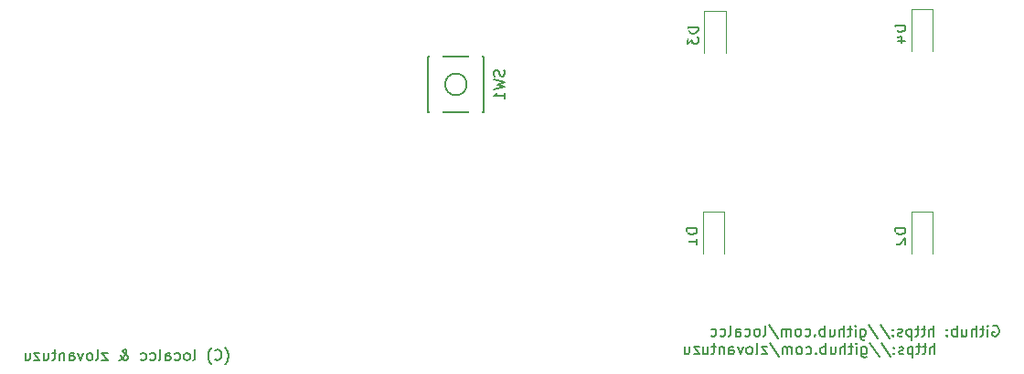
<source format=gbo>
G04 #@! TF.GenerationSoftware,KiCad,Pcbnew,(5.1.4)-1*
G04 #@! TF.CreationDate,2020-10-27T19:19:28+03:00*
G04 #@! TF.ProjectId,100_keyboard,3130305f-6b65-4796-926f-6172642e6b69,rev?*
G04 #@! TF.SameCoordinates,Original*
G04 #@! TF.FileFunction,Legend,Bot*
G04 #@! TF.FilePolarity,Positive*
%FSLAX46Y46*%
G04 Gerber Fmt 4.6, Leading zero omitted, Abs format (unit mm)*
G04 Created by KiCad (PCBNEW (5.1.4)-1) date 2020-10-27 19:19:28*
%MOMM*%
%LPD*%
G04 APERTURE LIST*
%ADD10C,0.150000*%
%ADD11C,0.120000*%
%ADD12C,1.852000*%
%ADD13C,4.089800*%
%ADD14O,2.802000X1.802000*%
%ADD15R,1.202000X1.902000*%
%ADD16R,1.302000X1.002000*%
G04 APERTURE END LIST*
D10*
X61951047Y-84272333D02*
X61998666Y-84224714D01*
X62093904Y-84081857D01*
X62141523Y-83986619D01*
X62189142Y-83843761D01*
X62236761Y-83605666D01*
X62236761Y-83415190D01*
X62189142Y-83177095D01*
X62141523Y-83034238D01*
X62093904Y-82939000D01*
X61998666Y-82796142D01*
X61951047Y-82748523D01*
X60998666Y-83796142D02*
X61046285Y-83843761D01*
X61189142Y-83891380D01*
X61284380Y-83891380D01*
X61427238Y-83843761D01*
X61522476Y-83748523D01*
X61570095Y-83653285D01*
X61617714Y-83462809D01*
X61617714Y-83319952D01*
X61570095Y-83129476D01*
X61522476Y-83034238D01*
X61427238Y-82939000D01*
X61284380Y-82891380D01*
X61189142Y-82891380D01*
X61046285Y-82939000D01*
X60998666Y-82986619D01*
X60665333Y-84272333D02*
X60617714Y-84224714D01*
X60522476Y-84081857D01*
X60474857Y-83986619D01*
X60427238Y-83843761D01*
X60379619Y-83605666D01*
X60379619Y-83415190D01*
X60427238Y-83177095D01*
X60474857Y-83034238D01*
X60522476Y-82939000D01*
X60617714Y-82796142D01*
X60665333Y-82748523D01*
X58998666Y-83891380D02*
X59093904Y-83843761D01*
X59141523Y-83748523D01*
X59141523Y-82891380D01*
X58474857Y-83891380D02*
X58570095Y-83843761D01*
X58617714Y-83796142D01*
X58665333Y-83700904D01*
X58665333Y-83415190D01*
X58617714Y-83319952D01*
X58570095Y-83272333D01*
X58474857Y-83224714D01*
X58332000Y-83224714D01*
X58236761Y-83272333D01*
X58189142Y-83319952D01*
X58141523Y-83415190D01*
X58141523Y-83700904D01*
X58189142Y-83796142D01*
X58236761Y-83843761D01*
X58332000Y-83891380D01*
X58474857Y-83891380D01*
X57284380Y-83843761D02*
X57379619Y-83891380D01*
X57570095Y-83891380D01*
X57665333Y-83843761D01*
X57712952Y-83796142D01*
X57760571Y-83700904D01*
X57760571Y-83415190D01*
X57712952Y-83319952D01*
X57665333Y-83272333D01*
X57570095Y-83224714D01*
X57379619Y-83224714D01*
X57284380Y-83272333D01*
X56427238Y-83891380D02*
X56427238Y-83367571D01*
X56474857Y-83272333D01*
X56570095Y-83224714D01*
X56760571Y-83224714D01*
X56855809Y-83272333D01*
X56427238Y-83843761D02*
X56522476Y-83891380D01*
X56760571Y-83891380D01*
X56855809Y-83843761D01*
X56903428Y-83748523D01*
X56903428Y-83653285D01*
X56855809Y-83558047D01*
X56760571Y-83510428D01*
X56522476Y-83510428D01*
X56427238Y-83462809D01*
X55808190Y-83891380D02*
X55903428Y-83843761D01*
X55951047Y-83748523D01*
X55951047Y-82891380D01*
X54998666Y-83843761D02*
X55093904Y-83891380D01*
X55284380Y-83891380D01*
X55379619Y-83843761D01*
X55427238Y-83796142D01*
X55474857Y-83700904D01*
X55474857Y-83415190D01*
X55427238Y-83319952D01*
X55379619Y-83272333D01*
X55284380Y-83224714D01*
X55093904Y-83224714D01*
X54998666Y-83272333D01*
X54141523Y-83843761D02*
X54236761Y-83891380D01*
X54427238Y-83891380D01*
X54522476Y-83843761D01*
X54570095Y-83796142D01*
X54617714Y-83700904D01*
X54617714Y-83415190D01*
X54570095Y-83319952D01*
X54522476Y-83272333D01*
X54427238Y-83224714D01*
X54236761Y-83224714D01*
X54141523Y-83272333D01*
X52141523Y-83891380D02*
X52189142Y-83891380D01*
X52284380Y-83843761D01*
X52427238Y-83700904D01*
X52665333Y-83415190D01*
X52760571Y-83272333D01*
X52808190Y-83129476D01*
X52808190Y-83034238D01*
X52760571Y-82939000D01*
X52665333Y-82891380D01*
X52617714Y-82891380D01*
X52522476Y-82939000D01*
X52474857Y-83034238D01*
X52474857Y-83081857D01*
X52522476Y-83177095D01*
X52570095Y-83224714D01*
X52855809Y-83415190D01*
X52903428Y-83462809D01*
X52951047Y-83558047D01*
X52951047Y-83700904D01*
X52903428Y-83796142D01*
X52855809Y-83843761D01*
X52760571Y-83891380D01*
X52617714Y-83891380D01*
X52522476Y-83843761D01*
X52474857Y-83796142D01*
X52332000Y-83605666D01*
X52284380Y-83462809D01*
X52284380Y-83367571D01*
X51046285Y-83224714D02*
X50522476Y-83224714D01*
X51046285Y-83891380D01*
X50522476Y-83891380D01*
X49998666Y-83891380D02*
X50093904Y-83843761D01*
X50141523Y-83748523D01*
X50141523Y-82891380D01*
X49474857Y-83891380D02*
X49570095Y-83843761D01*
X49617714Y-83796142D01*
X49665333Y-83700904D01*
X49665333Y-83415190D01*
X49617714Y-83319952D01*
X49570095Y-83272333D01*
X49474857Y-83224714D01*
X49332000Y-83224714D01*
X49236761Y-83272333D01*
X49189142Y-83319952D01*
X49141523Y-83415190D01*
X49141523Y-83700904D01*
X49189142Y-83796142D01*
X49236761Y-83843761D01*
X49332000Y-83891380D01*
X49474857Y-83891380D01*
X48808190Y-83224714D02*
X48570095Y-83891380D01*
X48332000Y-83224714D01*
X47522476Y-83891380D02*
X47522476Y-83367571D01*
X47570095Y-83272333D01*
X47665333Y-83224714D01*
X47855809Y-83224714D01*
X47951047Y-83272333D01*
X47522476Y-83843761D02*
X47617714Y-83891380D01*
X47855809Y-83891380D01*
X47951047Y-83843761D01*
X47998666Y-83748523D01*
X47998666Y-83653285D01*
X47951047Y-83558047D01*
X47855809Y-83510428D01*
X47617714Y-83510428D01*
X47522476Y-83462809D01*
X47046285Y-83224714D02*
X47046285Y-83891380D01*
X47046285Y-83319952D02*
X46998666Y-83272333D01*
X46903428Y-83224714D01*
X46760571Y-83224714D01*
X46665333Y-83272333D01*
X46617714Y-83367571D01*
X46617714Y-83891380D01*
X46284380Y-83224714D02*
X45903428Y-83224714D01*
X46141523Y-82891380D02*
X46141523Y-83748523D01*
X46093904Y-83843761D01*
X45998666Y-83891380D01*
X45903428Y-83891380D01*
X45141523Y-83224714D02*
X45141523Y-83891380D01*
X45570095Y-83224714D02*
X45570095Y-83748523D01*
X45522476Y-83843761D01*
X45427238Y-83891380D01*
X45284380Y-83891380D01*
X45189142Y-83843761D01*
X45141523Y-83796142D01*
X44760571Y-83224714D02*
X44236761Y-83224714D01*
X44760571Y-83891380D01*
X44236761Y-83891380D01*
X43427238Y-83224714D02*
X43427238Y-83891380D01*
X43855809Y-83224714D02*
X43855809Y-83748523D01*
X43808190Y-83843761D01*
X43712952Y-83891380D01*
X43570095Y-83891380D01*
X43474857Y-83843761D01*
X43427238Y-83796142D01*
X133030857Y-80717000D02*
X133126095Y-80669380D01*
X133268952Y-80669380D01*
X133411809Y-80717000D01*
X133507047Y-80812238D01*
X133554666Y-80907476D01*
X133602285Y-81097952D01*
X133602285Y-81240809D01*
X133554666Y-81431285D01*
X133507047Y-81526523D01*
X133411809Y-81621761D01*
X133268952Y-81669380D01*
X133173714Y-81669380D01*
X133030857Y-81621761D01*
X132983238Y-81574142D01*
X132983238Y-81240809D01*
X133173714Y-81240809D01*
X132554666Y-81669380D02*
X132554666Y-81002714D01*
X132554666Y-80669380D02*
X132602285Y-80717000D01*
X132554666Y-80764619D01*
X132507047Y-80717000D01*
X132554666Y-80669380D01*
X132554666Y-80764619D01*
X132221333Y-81002714D02*
X131840380Y-81002714D01*
X132078476Y-80669380D02*
X132078476Y-81526523D01*
X132030857Y-81621761D01*
X131935619Y-81669380D01*
X131840380Y-81669380D01*
X131507047Y-81669380D02*
X131507047Y-80669380D01*
X131078476Y-81669380D02*
X131078476Y-81145571D01*
X131126095Y-81050333D01*
X131221333Y-81002714D01*
X131364190Y-81002714D01*
X131459428Y-81050333D01*
X131507047Y-81097952D01*
X130173714Y-81002714D02*
X130173714Y-81669380D01*
X130602285Y-81002714D02*
X130602285Y-81526523D01*
X130554666Y-81621761D01*
X130459428Y-81669380D01*
X130316571Y-81669380D01*
X130221333Y-81621761D01*
X130173714Y-81574142D01*
X129697523Y-81669380D02*
X129697523Y-80669380D01*
X129697523Y-81050333D02*
X129602285Y-81002714D01*
X129411809Y-81002714D01*
X129316571Y-81050333D01*
X129268952Y-81097952D01*
X129221333Y-81193190D01*
X129221333Y-81478904D01*
X129268952Y-81574142D01*
X129316571Y-81621761D01*
X129411809Y-81669380D01*
X129602285Y-81669380D01*
X129697523Y-81621761D01*
X128792761Y-81574142D02*
X128745142Y-81621761D01*
X128792761Y-81669380D01*
X128840380Y-81621761D01*
X128792761Y-81574142D01*
X128792761Y-81669380D01*
X128792761Y-81050333D02*
X128745142Y-81097952D01*
X128792761Y-81145571D01*
X128840380Y-81097952D01*
X128792761Y-81050333D01*
X128792761Y-81145571D01*
X127554666Y-81669380D02*
X127554666Y-80669380D01*
X127126095Y-81669380D02*
X127126095Y-81145571D01*
X127173714Y-81050333D01*
X127268952Y-81002714D01*
X127411809Y-81002714D01*
X127507047Y-81050333D01*
X127554666Y-81097952D01*
X126792761Y-81002714D02*
X126411809Y-81002714D01*
X126649904Y-80669380D02*
X126649904Y-81526523D01*
X126602285Y-81621761D01*
X126507047Y-81669380D01*
X126411809Y-81669380D01*
X126221333Y-81002714D02*
X125840380Y-81002714D01*
X126078476Y-80669380D02*
X126078476Y-81526523D01*
X126030857Y-81621761D01*
X125935619Y-81669380D01*
X125840380Y-81669380D01*
X125507047Y-81002714D02*
X125507047Y-82002714D01*
X125507047Y-81050333D02*
X125411809Y-81002714D01*
X125221333Y-81002714D01*
X125126095Y-81050333D01*
X125078476Y-81097952D01*
X125030857Y-81193190D01*
X125030857Y-81478904D01*
X125078476Y-81574142D01*
X125126095Y-81621761D01*
X125221333Y-81669380D01*
X125411809Y-81669380D01*
X125507047Y-81621761D01*
X124649904Y-81621761D02*
X124554666Y-81669380D01*
X124364190Y-81669380D01*
X124268952Y-81621761D01*
X124221333Y-81526523D01*
X124221333Y-81478904D01*
X124268952Y-81383666D01*
X124364190Y-81336047D01*
X124507047Y-81336047D01*
X124602285Y-81288428D01*
X124649904Y-81193190D01*
X124649904Y-81145571D01*
X124602285Y-81050333D01*
X124507047Y-81002714D01*
X124364190Y-81002714D01*
X124268952Y-81050333D01*
X123792761Y-81574142D02*
X123745142Y-81621761D01*
X123792761Y-81669380D01*
X123840380Y-81621761D01*
X123792761Y-81574142D01*
X123792761Y-81669380D01*
X123792761Y-81050333D02*
X123745142Y-81097952D01*
X123792761Y-81145571D01*
X123840380Y-81097952D01*
X123792761Y-81050333D01*
X123792761Y-81145571D01*
X122602285Y-80621761D02*
X123459428Y-81907476D01*
X121554666Y-80621761D02*
X122411809Y-81907476D01*
X120792761Y-81002714D02*
X120792761Y-81812238D01*
X120840380Y-81907476D01*
X120888000Y-81955095D01*
X120983238Y-82002714D01*
X121126095Y-82002714D01*
X121221333Y-81955095D01*
X120792761Y-81621761D02*
X120888000Y-81669380D01*
X121078476Y-81669380D01*
X121173714Y-81621761D01*
X121221333Y-81574142D01*
X121268952Y-81478904D01*
X121268952Y-81193190D01*
X121221333Y-81097952D01*
X121173714Y-81050333D01*
X121078476Y-81002714D01*
X120888000Y-81002714D01*
X120792761Y-81050333D01*
X120316571Y-81669380D02*
X120316571Y-81002714D01*
X120316571Y-80669380D02*
X120364190Y-80717000D01*
X120316571Y-80764619D01*
X120268952Y-80717000D01*
X120316571Y-80669380D01*
X120316571Y-80764619D01*
X119983238Y-81002714D02*
X119602285Y-81002714D01*
X119840380Y-80669380D02*
X119840380Y-81526523D01*
X119792761Y-81621761D01*
X119697523Y-81669380D01*
X119602285Y-81669380D01*
X119268952Y-81669380D02*
X119268952Y-80669380D01*
X118840380Y-81669380D02*
X118840380Y-81145571D01*
X118888000Y-81050333D01*
X118983238Y-81002714D01*
X119126095Y-81002714D01*
X119221333Y-81050333D01*
X119268952Y-81097952D01*
X117935619Y-81002714D02*
X117935619Y-81669380D01*
X118364190Y-81002714D02*
X118364190Y-81526523D01*
X118316571Y-81621761D01*
X118221333Y-81669380D01*
X118078476Y-81669380D01*
X117983238Y-81621761D01*
X117935619Y-81574142D01*
X117459428Y-81669380D02*
X117459428Y-80669380D01*
X117459428Y-81050333D02*
X117364190Y-81002714D01*
X117173714Y-81002714D01*
X117078476Y-81050333D01*
X117030857Y-81097952D01*
X116983238Y-81193190D01*
X116983238Y-81478904D01*
X117030857Y-81574142D01*
X117078476Y-81621761D01*
X117173714Y-81669380D01*
X117364190Y-81669380D01*
X117459428Y-81621761D01*
X116554666Y-81574142D02*
X116507047Y-81621761D01*
X116554666Y-81669380D01*
X116602285Y-81621761D01*
X116554666Y-81574142D01*
X116554666Y-81669380D01*
X115649904Y-81621761D02*
X115745142Y-81669380D01*
X115935619Y-81669380D01*
X116030857Y-81621761D01*
X116078476Y-81574142D01*
X116126095Y-81478904D01*
X116126095Y-81193190D01*
X116078476Y-81097952D01*
X116030857Y-81050333D01*
X115935619Y-81002714D01*
X115745142Y-81002714D01*
X115649904Y-81050333D01*
X115078476Y-81669380D02*
X115173714Y-81621761D01*
X115221333Y-81574142D01*
X115268952Y-81478904D01*
X115268952Y-81193190D01*
X115221333Y-81097952D01*
X115173714Y-81050333D01*
X115078476Y-81002714D01*
X114935619Y-81002714D01*
X114840380Y-81050333D01*
X114792761Y-81097952D01*
X114745142Y-81193190D01*
X114745142Y-81478904D01*
X114792761Y-81574142D01*
X114840380Y-81621761D01*
X114935619Y-81669380D01*
X115078476Y-81669380D01*
X114316571Y-81669380D02*
X114316571Y-81002714D01*
X114316571Y-81097952D02*
X114268952Y-81050333D01*
X114173714Y-81002714D01*
X114030857Y-81002714D01*
X113935619Y-81050333D01*
X113888000Y-81145571D01*
X113888000Y-81669380D01*
X113888000Y-81145571D02*
X113840380Y-81050333D01*
X113745142Y-81002714D01*
X113602285Y-81002714D01*
X113507047Y-81050333D01*
X113459428Y-81145571D01*
X113459428Y-81669380D01*
X112268952Y-80621761D02*
X113126095Y-81907476D01*
X111792761Y-81669380D02*
X111888000Y-81621761D01*
X111935619Y-81526523D01*
X111935619Y-80669380D01*
X111268952Y-81669380D02*
X111364190Y-81621761D01*
X111411809Y-81574142D01*
X111459428Y-81478904D01*
X111459428Y-81193190D01*
X111411809Y-81097952D01*
X111364190Y-81050333D01*
X111268952Y-81002714D01*
X111126095Y-81002714D01*
X111030857Y-81050333D01*
X110983238Y-81097952D01*
X110935619Y-81193190D01*
X110935619Y-81478904D01*
X110983238Y-81574142D01*
X111030857Y-81621761D01*
X111126095Y-81669380D01*
X111268952Y-81669380D01*
X110078476Y-81621761D02*
X110173714Y-81669380D01*
X110364190Y-81669380D01*
X110459428Y-81621761D01*
X110507047Y-81574142D01*
X110554666Y-81478904D01*
X110554666Y-81193190D01*
X110507047Y-81097952D01*
X110459428Y-81050333D01*
X110364190Y-81002714D01*
X110173714Y-81002714D01*
X110078476Y-81050333D01*
X109221333Y-81669380D02*
X109221333Y-81145571D01*
X109268952Y-81050333D01*
X109364190Y-81002714D01*
X109554666Y-81002714D01*
X109649904Y-81050333D01*
X109221333Y-81621761D02*
X109316571Y-81669380D01*
X109554666Y-81669380D01*
X109649904Y-81621761D01*
X109697523Y-81526523D01*
X109697523Y-81431285D01*
X109649904Y-81336047D01*
X109554666Y-81288428D01*
X109316571Y-81288428D01*
X109221333Y-81240809D01*
X108602285Y-81669380D02*
X108697523Y-81621761D01*
X108745142Y-81526523D01*
X108745142Y-80669380D01*
X107792761Y-81621761D02*
X107888000Y-81669380D01*
X108078476Y-81669380D01*
X108173714Y-81621761D01*
X108221333Y-81574142D01*
X108268952Y-81478904D01*
X108268952Y-81193190D01*
X108221333Y-81097952D01*
X108173714Y-81050333D01*
X108078476Y-81002714D01*
X107888000Y-81002714D01*
X107792761Y-81050333D01*
X106935619Y-81621761D02*
X107030857Y-81669380D01*
X107221333Y-81669380D01*
X107316571Y-81621761D01*
X107364190Y-81574142D01*
X107411809Y-81478904D01*
X107411809Y-81193190D01*
X107364190Y-81097952D01*
X107316571Y-81050333D01*
X107221333Y-81002714D01*
X107030857Y-81002714D01*
X106935619Y-81050333D01*
X127649904Y-83319380D02*
X127649904Y-82319380D01*
X127221333Y-83319380D02*
X127221333Y-82795571D01*
X127268952Y-82700333D01*
X127364190Y-82652714D01*
X127507047Y-82652714D01*
X127602285Y-82700333D01*
X127649904Y-82747952D01*
X126888000Y-82652714D02*
X126507047Y-82652714D01*
X126745142Y-82319380D02*
X126745142Y-83176523D01*
X126697523Y-83271761D01*
X126602285Y-83319380D01*
X126507047Y-83319380D01*
X126316571Y-82652714D02*
X125935619Y-82652714D01*
X126173714Y-82319380D02*
X126173714Y-83176523D01*
X126126095Y-83271761D01*
X126030857Y-83319380D01*
X125935619Y-83319380D01*
X125602285Y-82652714D02*
X125602285Y-83652714D01*
X125602285Y-82700333D02*
X125507047Y-82652714D01*
X125316571Y-82652714D01*
X125221333Y-82700333D01*
X125173714Y-82747952D01*
X125126095Y-82843190D01*
X125126095Y-83128904D01*
X125173714Y-83224142D01*
X125221333Y-83271761D01*
X125316571Y-83319380D01*
X125507047Y-83319380D01*
X125602285Y-83271761D01*
X124745142Y-83271761D02*
X124649904Y-83319380D01*
X124459428Y-83319380D01*
X124364190Y-83271761D01*
X124316571Y-83176523D01*
X124316571Y-83128904D01*
X124364190Y-83033666D01*
X124459428Y-82986047D01*
X124602285Y-82986047D01*
X124697523Y-82938428D01*
X124745142Y-82843190D01*
X124745142Y-82795571D01*
X124697523Y-82700333D01*
X124602285Y-82652714D01*
X124459428Y-82652714D01*
X124364190Y-82700333D01*
X123888000Y-83224142D02*
X123840380Y-83271761D01*
X123888000Y-83319380D01*
X123935619Y-83271761D01*
X123888000Y-83224142D01*
X123888000Y-83319380D01*
X123888000Y-82700333D02*
X123840380Y-82747952D01*
X123888000Y-82795571D01*
X123935619Y-82747952D01*
X123888000Y-82700333D01*
X123888000Y-82795571D01*
X122697523Y-82271761D02*
X123554666Y-83557476D01*
X121649904Y-82271761D02*
X122507047Y-83557476D01*
X120888000Y-82652714D02*
X120888000Y-83462238D01*
X120935619Y-83557476D01*
X120983238Y-83605095D01*
X121078476Y-83652714D01*
X121221333Y-83652714D01*
X121316571Y-83605095D01*
X120888000Y-83271761D02*
X120983238Y-83319380D01*
X121173714Y-83319380D01*
X121268952Y-83271761D01*
X121316571Y-83224142D01*
X121364190Y-83128904D01*
X121364190Y-82843190D01*
X121316571Y-82747952D01*
X121268952Y-82700333D01*
X121173714Y-82652714D01*
X120983238Y-82652714D01*
X120888000Y-82700333D01*
X120411809Y-83319380D02*
X120411809Y-82652714D01*
X120411809Y-82319380D02*
X120459428Y-82367000D01*
X120411809Y-82414619D01*
X120364190Y-82367000D01*
X120411809Y-82319380D01*
X120411809Y-82414619D01*
X120078476Y-82652714D02*
X119697523Y-82652714D01*
X119935619Y-82319380D02*
X119935619Y-83176523D01*
X119888000Y-83271761D01*
X119792761Y-83319380D01*
X119697523Y-83319380D01*
X119364190Y-83319380D02*
X119364190Y-82319380D01*
X118935619Y-83319380D02*
X118935619Y-82795571D01*
X118983238Y-82700333D01*
X119078476Y-82652714D01*
X119221333Y-82652714D01*
X119316571Y-82700333D01*
X119364190Y-82747952D01*
X118030857Y-82652714D02*
X118030857Y-83319380D01*
X118459428Y-82652714D02*
X118459428Y-83176523D01*
X118411809Y-83271761D01*
X118316571Y-83319380D01*
X118173714Y-83319380D01*
X118078476Y-83271761D01*
X118030857Y-83224142D01*
X117554666Y-83319380D02*
X117554666Y-82319380D01*
X117554666Y-82700333D02*
X117459428Y-82652714D01*
X117268952Y-82652714D01*
X117173714Y-82700333D01*
X117126095Y-82747952D01*
X117078476Y-82843190D01*
X117078476Y-83128904D01*
X117126095Y-83224142D01*
X117173714Y-83271761D01*
X117268952Y-83319380D01*
X117459428Y-83319380D01*
X117554666Y-83271761D01*
X116649904Y-83224142D02*
X116602285Y-83271761D01*
X116649904Y-83319380D01*
X116697523Y-83271761D01*
X116649904Y-83224142D01*
X116649904Y-83319380D01*
X115745142Y-83271761D02*
X115840380Y-83319380D01*
X116030857Y-83319380D01*
X116126095Y-83271761D01*
X116173714Y-83224142D01*
X116221333Y-83128904D01*
X116221333Y-82843190D01*
X116173714Y-82747952D01*
X116126095Y-82700333D01*
X116030857Y-82652714D01*
X115840380Y-82652714D01*
X115745142Y-82700333D01*
X115173714Y-83319380D02*
X115268952Y-83271761D01*
X115316571Y-83224142D01*
X115364190Y-83128904D01*
X115364190Y-82843190D01*
X115316571Y-82747952D01*
X115268952Y-82700333D01*
X115173714Y-82652714D01*
X115030857Y-82652714D01*
X114935619Y-82700333D01*
X114888000Y-82747952D01*
X114840380Y-82843190D01*
X114840380Y-83128904D01*
X114888000Y-83224142D01*
X114935619Y-83271761D01*
X115030857Y-83319380D01*
X115173714Y-83319380D01*
X114411809Y-83319380D02*
X114411809Y-82652714D01*
X114411809Y-82747952D02*
X114364190Y-82700333D01*
X114268952Y-82652714D01*
X114126095Y-82652714D01*
X114030857Y-82700333D01*
X113983238Y-82795571D01*
X113983238Y-83319380D01*
X113983238Y-82795571D02*
X113935619Y-82700333D01*
X113840380Y-82652714D01*
X113697523Y-82652714D01*
X113602285Y-82700333D01*
X113554666Y-82795571D01*
X113554666Y-83319380D01*
X112364190Y-82271761D02*
X113221333Y-83557476D01*
X112126095Y-82652714D02*
X111602285Y-82652714D01*
X112126095Y-83319380D01*
X111602285Y-83319380D01*
X111078476Y-83319380D02*
X111173714Y-83271761D01*
X111221333Y-83176523D01*
X111221333Y-82319380D01*
X110554666Y-83319380D02*
X110649904Y-83271761D01*
X110697523Y-83224142D01*
X110745142Y-83128904D01*
X110745142Y-82843190D01*
X110697523Y-82747952D01*
X110649904Y-82700333D01*
X110554666Y-82652714D01*
X110411809Y-82652714D01*
X110316571Y-82700333D01*
X110268952Y-82747952D01*
X110221333Y-82843190D01*
X110221333Y-83128904D01*
X110268952Y-83224142D01*
X110316571Y-83271761D01*
X110411809Y-83319380D01*
X110554666Y-83319380D01*
X109888000Y-82652714D02*
X109649904Y-83319380D01*
X109411809Y-82652714D01*
X108602285Y-83319380D02*
X108602285Y-82795571D01*
X108649904Y-82700333D01*
X108745142Y-82652714D01*
X108935619Y-82652714D01*
X109030857Y-82700333D01*
X108602285Y-83271761D02*
X108697523Y-83319380D01*
X108935619Y-83319380D01*
X109030857Y-83271761D01*
X109078476Y-83176523D01*
X109078476Y-83081285D01*
X109030857Y-82986047D01*
X108935619Y-82938428D01*
X108697523Y-82938428D01*
X108602285Y-82890809D01*
X108126095Y-82652714D02*
X108126095Y-83319380D01*
X108126095Y-82747952D02*
X108078476Y-82700333D01*
X107983238Y-82652714D01*
X107840380Y-82652714D01*
X107745142Y-82700333D01*
X107697523Y-82795571D01*
X107697523Y-83319380D01*
X107364190Y-82652714D02*
X106983238Y-82652714D01*
X107221333Y-82319380D02*
X107221333Y-83176523D01*
X107173714Y-83271761D01*
X107078476Y-83319380D01*
X106983238Y-83319380D01*
X106221333Y-82652714D02*
X106221333Y-83319380D01*
X106649904Y-82652714D02*
X106649904Y-83176523D01*
X106602285Y-83271761D01*
X106507047Y-83319380D01*
X106364190Y-83319380D01*
X106268952Y-83271761D01*
X106221333Y-83224142D01*
X105840380Y-82652714D02*
X105316571Y-82652714D01*
X105840380Y-83319380D01*
X105316571Y-83319380D01*
X104507047Y-82652714D02*
X104507047Y-83319380D01*
X104935619Y-82652714D02*
X104935619Y-83176523D01*
X104888000Y-83271761D01*
X104792761Y-83319380D01*
X104649904Y-83319380D01*
X104554666Y-83271761D01*
X104507047Y-83224142D01*
X80712000Y-55693000D02*
X80712000Y-60893000D01*
X80712000Y-60893000D02*
X85912000Y-60893000D01*
X85912000Y-60893000D02*
X85912000Y-55693000D01*
X85912000Y-55693000D02*
X80712000Y-55693000D01*
X84312000Y-58293000D02*
G75*
G03X84312000Y-58293000I-1000000J0D01*
G01*
D11*
X125492000Y-51344000D02*
X125492000Y-55244000D01*
X127492000Y-51344000D02*
X127492000Y-55244000D01*
X125492000Y-51344000D02*
X127492000Y-51344000D01*
X106315000Y-51471000D02*
X106315000Y-55371000D01*
X108315000Y-51471000D02*
X108315000Y-55371000D01*
X106315000Y-51471000D02*
X108315000Y-51471000D01*
X125492000Y-70140000D02*
X125492000Y-74040000D01*
X127492000Y-70140000D02*
X127492000Y-74040000D01*
X125492000Y-70140000D02*
X127492000Y-70140000D01*
X106188000Y-70140000D02*
X106188000Y-74040000D01*
X108188000Y-70140000D02*
X108188000Y-74040000D01*
X106188000Y-70140000D02*
X108188000Y-70140000D01*
D10*
X87780761Y-56959666D02*
X87828380Y-57102523D01*
X87828380Y-57340619D01*
X87780761Y-57435857D01*
X87733142Y-57483476D01*
X87637904Y-57531095D01*
X87542666Y-57531095D01*
X87447428Y-57483476D01*
X87399809Y-57435857D01*
X87352190Y-57340619D01*
X87304571Y-57150142D01*
X87256952Y-57054904D01*
X87209333Y-57007285D01*
X87114095Y-56959666D01*
X87018857Y-56959666D01*
X86923619Y-57007285D01*
X86876000Y-57054904D01*
X86828380Y-57150142D01*
X86828380Y-57388238D01*
X86876000Y-57531095D01*
X86828380Y-57864428D02*
X87828380Y-58102523D01*
X87114095Y-58293000D01*
X87828380Y-58483476D01*
X86828380Y-58721571D01*
X87828380Y-59626333D02*
X87828380Y-59054904D01*
X87828380Y-59340619D02*
X86828380Y-59340619D01*
X86971238Y-59245380D01*
X87066476Y-59150142D01*
X87114095Y-59054904D01*
X124944380Y-52855904D02*
X123944380Y-52855904D01*
X123944380Y-53094000D01*
X123992000Y-53236857D01*
X124087238Y-53332095D01*
X124182476Y-53379714D01*
X124372952Y-53427333D01*
X124515809Y-53427333D01*
X124706285Y-53379714D01*
X124801523Y-53332095D01*
X124896761Y-53236857D01*
X124944380Y-53094000D01*
X124944380Y-52855904D01*
X124277714Y-54284476D02*
X124944380Y-54284476D01*
X123896761Y-54046380D02*
X124611047Y-53808285D01*
X124611047Y-54427333D01*
X105767380Y-52982904D02*
X104767380Y-52982904D01*
X104767380Y-53221000D01*
X104815000Y-53363857D01*
X104910238Y-53459095D01*
X105005476Y-53506714D01*
X105195952Y-53554333D01*
X105338809Y-53554333D01*
X105529285Y-53506714D01*
X105624523Y-53459095D01*
X105719761Y-53363857D01*
X105767380Y-53221000D01*
X105767380Y-52982904D01*
X104767380Y-53887666D02*
X104767380Y-54506714D01*
X105148333Y-54173380D01*
X105148333Y-54316238D01*
X105195952Y-54411476D01*
X105243571Y-54459095D01*
X105338809Y-54506714D01*
X105576904Y-54506714D01*
X105672142Y-54459095D01*
X105719761Y-54411476D01*
X105767380Y-54316238D01*
X105767380Y-54030523D01*
X105719761Y-53935285D01*
X105672142Y-53887666D01*
X124944380Y-71651904D02*
X123944380Y-71651904D01*
X123944380Y-71890000D01*
X123992000Y-72032857D01*
X124087238Y-72128095D01*
X124182476Y-72175714D01*
X124372952Y-72223333D01*
X124515809Y-72223333D01*
X124706285Y-72175714D01*
X124801523Y-72128095D01*
X124896761Y-72032857D01*
X124944380Y-71890000D01*
X124944380Y-71651904D01*
X124039619Y-72604285D02*
X123992000Y-72651904D01*
X123944380Y-72747142D01*
X123944380Y-72985238D01*
X123992000Y-73080476D01*
X124039619Y-73128095D01*
X124134857Y-73175714D01*
X124230095Y-73175714D01*
X124372952Y-73128095D01*
X124944380Y-72556666D01*
X124944380Y-73175714D01*
X105640380Y-71651904D02*
X104640380Y-71651904D01*
X104640380Y-71890000D01*
X104688000Y-72032857D01*
X104783238Y-72128095D01*
X104878476Y-72175714D01*
X105068952Y-72223333D01*
X105211809Y-72223333D01*
X105402285Y-72175714D01*
X105497523Y-72128095D01*
X105592761Y-72032857D01*
X105640380Y-71890000D01*
X105640380Y-71651904D01*
X105640380Y-73175714D02*
X105640380Y-72604285D01*
X105640380Y-72890000D02*
X104640380Y-72890000D01*
X104783238Y-72794761D01*
X104878476Y-72699523D01*
X104926095Y-72604285D01*
%LPC*%
D12*
X123317000Y-53594000D03*
X113157000Y-53594000D03*
D13*
X118237000Y-53594000D03*
D14*
X43815000Y-53373000D03*
X43815000Y-60673000D03*
X48315000Y-60673000D03*
X48315000Y-53373000D03*
D15*
X85162000Y-55193000D03*
X81462000Y-61393000D03*
X81462000Y-55193000D03*
X85162000Y-61393000D03*
D12*
X104013000Y-53594000D03*
X93853000Y-53594000D03*
D13*
X98933000Y-53594000D03*
D12*
X123317000Y-72644000D03*
X113157000Y-72644000D03*
D13*
X118237000Y-72644000D03*
D12*
X104008000Y-72640000D03*
X93848000Y-72640000D03*
D13*
X98928000Y-72640000D03*
D16*
X126492000Y-55244000D03*
X126492000Y-51944000D03*
X107315000Y-55371000D03*
X107315000Y-52071000D03*
X126492000Y-74040000D03*
X126492000Y-70740000D03*
X107188000Y-74040000D03*
X107188000Y-70740000D03*
M02*

</source>
